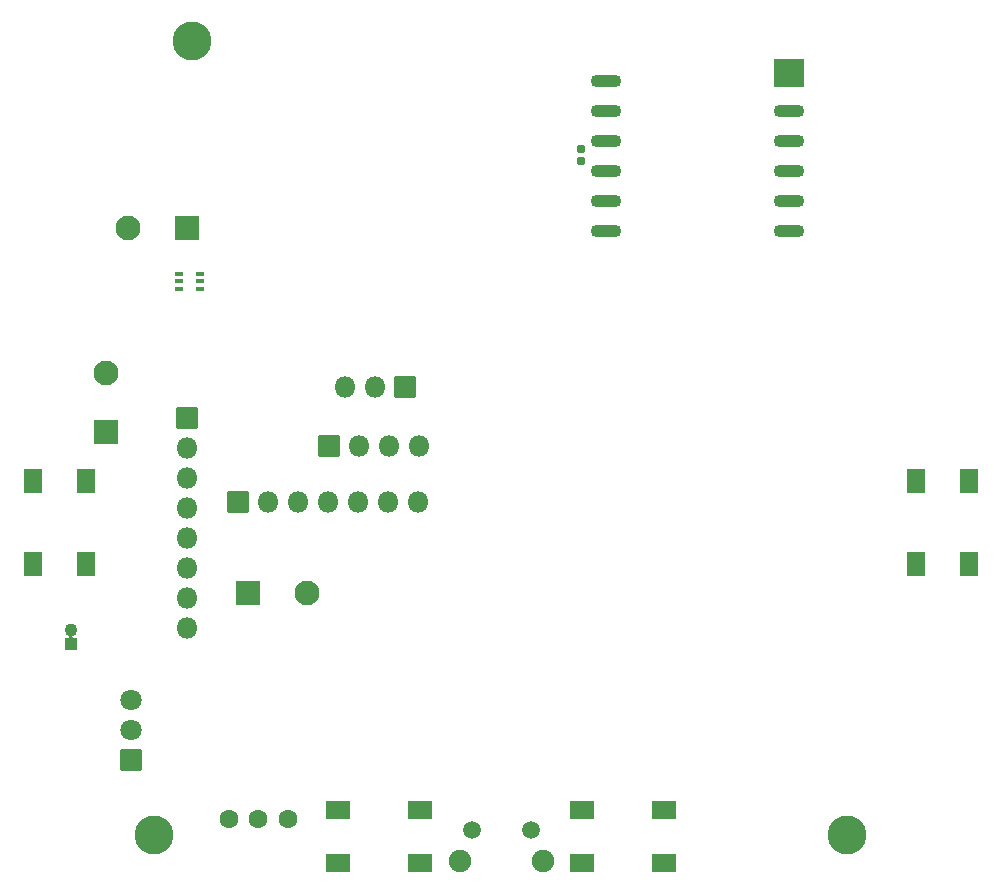
<source format=gts>
%TF.GenerationSoftware,KiCad,Pcbnew,7.0.1-3b83917a11~172~ubuntu22.04.1*%
%TF.CreationDate,2023-04-06T21:51:21-06:00*%
%TF.ProjectId,gps-tracker,6770732d-7472-4616-936b-65722e6b6963,rev?*%
%TF.SameCoordinates,Original*%
%TF.FileFunction,Soldermask,Top*%
%TF.FilePolarity,Negative*%
%FSLAX46Y46*%
G04 Gerber Fmt 4.6, Leading zero omitted, Abs format (unit mm)*
G04 Created by KiCad (PCBNEW 7.0.1-3b83917a11~172~ubuntu22.04.1) date 2023-04-06 21:51:21*
%MOMM*%
%LPD*%
G01*
G04 APERTURE LIST*
G04 Aperture macros list*
%AMRoundRect*
0 Rectangle with rounded corners*
0 $1 Rounding radius*
0 $2 $3 $4 $5 $6 $7 $8 $9 X,Y pos of 4 corners*
0 Add a 4 corners polygon primitive as box body*
4,1,4,$2,$3,$4,$5,$6,$7,$8,$9,$2,$3,0*
0 Add four circle primitives for the rounded corners*
1,1,$1+$1,$2,$3*
1,1,$1+$1,$4,$5*
1,1,$1+$1,$6,$7*
1,1,$1+$1,$8,$9*
0 Add four rect primitives between the rounded corners*
20,1,$1+$1,$2,$3,$4,$5,0*
20,1,$1+$1,$4,$5,$6,$7,0*
20,1,$1+$1,$6,$7,$8,$9,0*
20,1,$1+$1,$8,$9,$2,$3,0*%
G04 Aperture macros list end*
%ADD10C,1.508000*%
%ADD11C,1.900000*%
%ADD12C,1.800000*%
%ADD13RoundRect,0.050000X-0.850000X-0.850000X0.850000X-0.850000X0.850000X0.850000X-0.850000X0.850000X0*%
%ADD14RoundRect,0.050000X0.850000X-0.850000X0.850000X0.850000X-0.850000X0.850000X-0.850000X-0.850000X0*%
%ADD15O,1.800000X1.800000*%
%ADD16RoundRect,0.050000X0.500000X-0.500000X0.500000X0.500000X-0.500000X0.500000X-0.500000X-0.500000X0*%
%ADD17C,1.100000*%
%ADD18RoundRect,0.125000X0.250000X0.075000X-0.250000X0.075000X-0.250000X-0.075000X0.250000X-0.075000X0*%
%ADD19RoundRect,0.050000X0.750000X-1.000000X0.750000X1.000000X-0.750000X1.000000X-0.750000X-1.000000X0*%
%ADD20RoundRect,0.050000X-1.000000X-0.750000X1.000000X-0.750000X1.000000X0.750000X-1.000000X0.750000X0*%
%ADD21C,3.300000*%
%ADD22RoundRect,0.050000X-0.750000X1.000000X-0.750000X-1.000000X0.750000X-1.000000X0.750000X1.000000X0*%
%ADD23RoundRect,0.190000X0.170000X-0.140000X0.170000X0.140000X-0.170000X0.140000X-0.170000X-0.140000X0*%
%ADD24O,2.600000X1.100000*%
%ADD25RoundRect,0.050000X-1.250000X-1.125000X1.250000X-1.125000X1.250000X1.125000X-1.250000X1.125000X0*%
%ADD26RoundRect,0.050000X-1.000000X-1.000000X1.000000X-1.000000X1.000000X1.000000X-1.000000X1.000000X0*%
%ADD27C,2.100000*%
%ADD28RoundRect,0.050000X-0.850000X0.850000X-0.850000X-0.850000X0.850000X-0.850000X0.850000X0.850000X0*%
%ADD29C,1.600000*%
%ADD30RoundRect,0.050000X1.000000X-1.000000X1.000000X1.000000X-1.000000X1.000000X-1.000000X-1.000000X0*%
%ADD31RoundRect,0.050000X1.000000X1.000000X-1.000000X1.000000X-1.000000X-1.000000X1.000000X-1.000000X0*%
G04 APERTURE END LIST*
D10*
%TO.C,J1*%
X113600000Y-122800000D03*
X108600000Y-122800000D03*
D11*
X114600000Y-125500000D03*
X107600000Y-125500000D03*
%TD*%
D12*
%TO.C,J4*%
X79700000Y-111845000D03*
X79700000Y-114385000D03*
D13*
X79700000Y-116925000D03*
%TD*%
D14*
%TO.C,J6*%
X102900000Y-85300000D03*
D15*
X100360000Y-85300000D03*
X97820000Y-85300000D03*
%TD*%
D16*
%TO.C,J7*%
X74600000Y-107125000D03*
D17*
X74600000Y-105875000D03*
%TD*%
D13*
%TO.C,J3*%
X84500000Y-87925000D03*
D15*
X84500000Y-90465000D03*
X84500000Y-93005000D03*
X84500000Y-95545000D03*
X84500000Y-98085000D03*
X84500000Y-100625000D03*
X84500000Y-103165000D03*
X84500000Y-105705000D03*
%TD*%
D18*
%TO.C,U3*%
X85600000Y-77040000D03*
X85600000Y-76390000D03*
X85600000Y-75740000D03*
X83800000Y-75740000D03*
X83800000Y-76390000D03*
X83800000Y-77040000D03*
%TD*%
D19*
%TO.C,SW3*%
X146150000Y-100300000D03*
X146150000Y-93300000D03*
X150650000Y-100300000D03*
X150650000Y-93300000D03*
%TD*%
D20*
%TO.C,SW5*%
X97230000Y-121150000D03*
X104230000Y-121150000D03*
X97230000Y-125650000D03*
X104230000Y-125650000D03*
%TD*%
D21*
%TO.C,H3*%
X140300000Y-123300000D03*
%TD*%
D22*
%TO.C,SW1*%
X75950000Y-93300000D03*
X75950000Y-100300000D03*
X71450000Y-93300000D03*
X71450000Y-100300000D03*
%TD*%
D21*
%TO.C,H2*%
X81700000Y-123300000D03*
%TD*%
%TO.C,H1*%
X84900000Y-56000000D03*
%TD*%
D23*
%TO.C,C31*%
X117800000Y-66160000D03*
X117800000Y-65200000D03*
%TD*%
D24*
%TO.C,U6*%
X119900000Y-59400000D03*
X119900000Y-61940000D03*
X119900000Y-64480000D03*
X119900000Y-67020000D03*
X119900000Y-69560000D03*
X119900000Y-72100000D03*
X135400000Y-72100000D03*
X135400000Y-69560000D03*
X135400000Y-67020000D03*
X135400000Y-64480000D03*
X135400000Y-61940000D03*
D25*
X135400000Y-58775000D03*
%TD*%
D20*
%TO.C,SW4*%
X117870000Y-121150000D03*
X124870000Y-121150000D03*
X117870000Y-125650000D03*
X124870000Y-125650000D03*
%TD*%
D26*
%TO.C,C16*%
X89632323Y-102800000D03*
D27*
X94632323Y-102800000D03*
%TD*%
D28*
%TO.C,J5*%
X96520000Y-90300000D03*
D15*
X99060000Y-90300000D03*
X101600000Y-90300000D03*
X104140000Y-90300000D03*
%TD*%
D29*
%TO.C,SW6*%
X88000000Y-121900000D03*
X90500000Y-121900000D03*
X93000000Y-121900000D03*
%TD*%
D28*
%TO.C,J2*%
X88800000Y-95100000D03*
D15*
X91340000Y-95100000D03*
X93880000Y-95100000D03*
X96420000Y-95100000D03*
X98960000Y-95100000D03*
X101500000Y-95100000D03*
X104040000Y-95100000D03*
%TD*%
D30*
%TO.C,C19*%
X77600000Y-89167677D03*
D27*
X77600000Y-84167677D03*
%TD*%
D31*
%TO.C,C3*%
X84467677Y-71900000D03*
D27*
X79467677Y-71900000D03*
%TD*%
G36*
X74458172Y-106404310D02*
G01*
X74600000Y-106422982D01*
X74741827Y-106404310D01*
X74830404Y-106367620D01*
X74832338Y-106367845D01*
X74833164Y-106369609D01*
X74832098Y-106371239D01*
X74731751Y-106423906D01*
X74768874Y-106574521D01*
X74768506Y-106576233D01*
X74766932Y-106577000D01*
X74433069Y-106577000D01*
X74431495Y-106576233D01*
X74431127Y-106574521D01*
X74468248Y-106423906D01*
X74367898Y-106371238D01*
X74366832Y-106369608D01*
X74367658Y-106367844D01*
X74369592Y-106367619D01*
X74458172Y-106404310D01*
G37*
M02*

</source>
